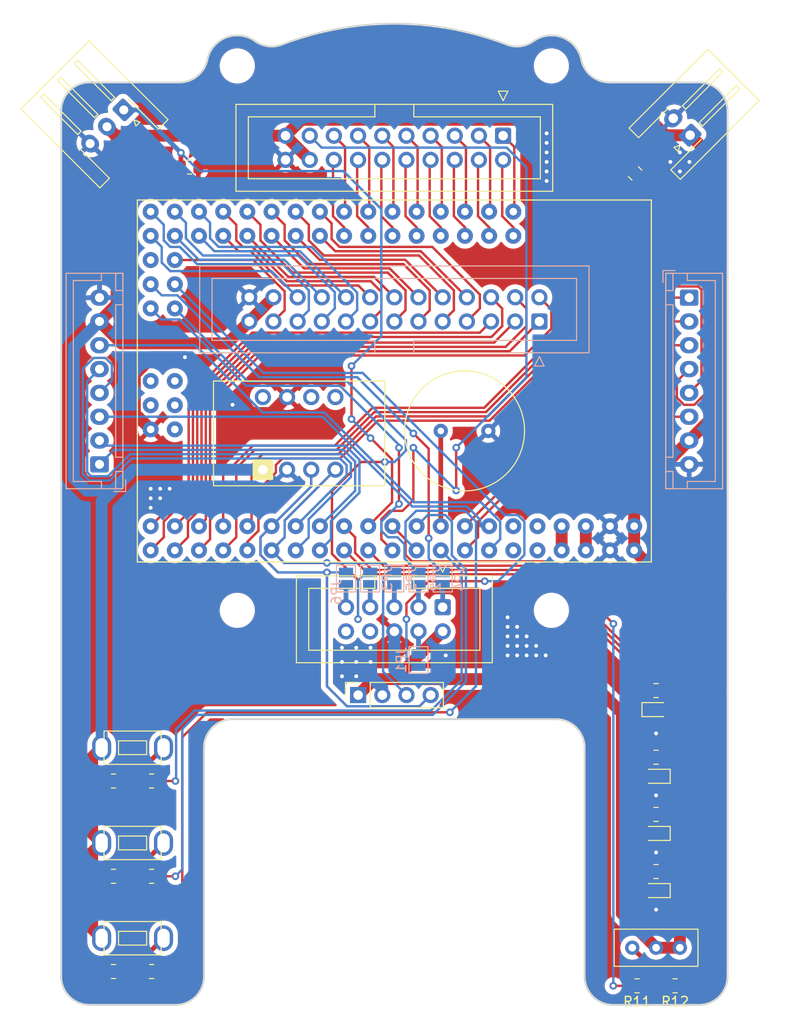
<source format=kicad_pcb>
(kicad_pcb (version 20221018) (generator pcbnew)
  (layers (0 "F.Cu" signal) (31 "B.Cu" signal) (34 "B.Paste" user) (35 "F.Paste" user) (36 "B.SilkS" user "B.Silkscreen") (37 "F.SilkS" user "F.Silkscreen") (38 "B.Mask" user) (39 "F.Mask" user) (44 "Edge.Cuts" user))
  (net 0 "")
  (net 1 "PWM_Buzzer")
  (net 2 "GND")
  (net 3 "VIN")
  (net 4 "Net-(D1-K)")
  (net 5 "Net-(D2-K)")
  (net 6 "Net-(D3-K)")
  (net 7 "Net-(D4-K)")
  (net 8 "Sig_M1-1")
  (net 9 "Sig_M1-2")
  (net 10 "PWM_M1")
  (net 11 "Sig_M2-1")
  (net 12 "Sig_M2-2")
  (net 13 "PWM_M2")
  (net 14 "SCL")
  (net 15 "SDA")
  (net 16 "Sig_M3-1")
  (net 17 "Sig_M3-2")
  (net 18 "PWM_M3")
  (net 19 "Sig_M4-1")
  (net 20 "Sig_M4-2")
  (net 21 "PWM_M4")
  (net 22 "Sig1_BALL")
  (net 23 "Sig2_BALL")
  (net 24 "Sig3_BALL")
  (net 25 "Sig4_BALL")
  (net 26 "Sig5_BALL")
  (net 27 "Sig6_BALL")
  (net 28 "Sig7_BALL")
  (net 29 "Sig8_BALL")
  (net 30 "Sig9_BALL")
  (net 31 "Sig10_BALL")
  (net 32 "Sig11_BALL")
  (net 33 "Sig12_BALL")
  (net 34 "Sig13_BALL")
  (net 35 "Sig14_BALL")
  (net 36 "Sig15_BALL")
  (net 37 "Sig16_BALL")
  (net 38 "Sig_NeoPixel")
  (net 39 "Sig1_LINE")
  (net 40 "Sig2_LINE")
  (net 41 "Sig3_LINE")
  (net 42 "Sig4_LINE")
  (net 43 "Sig5_LINE")
  (net 44 "Sig6_LINE")
  (net 45 "Sig7_LINE")
  (net 46 "Sig8_LINE")
  (net 47 "Sig9_LINE")
  (net 48 "Sig10_LINE")
  (net 49 "Sig11_LINE")
  (net 50 "Sig12_LINE")
  (net 51 "Sig13_LINE")
  (net 52 "Sig14_LINE")
  (net 53 "Sig15_LINE")
  (net 54 "Sig16_LINE")
  (net 55 "Sig17_LINE")
  (net 56 "Sig18_LINE")
  (net 57 "Sig19_LINE")
  (net 58 "Sig20_LINE")
  (net 59 "Sig21_LINE")
  (net 60 "Sig22_LINE")
  (net 61 "Sig23_BALL-Kicker")
  (net 62 "Sig_LED1")
  (net 63 "Sig_LED2")
  (net 64 "Sig_LED3")
  (net 65 "Net-(SW1A-B)")
  (net 66 "Sig_BTN1")
  (net 67 "Net-(SW2A-B)")
  (net 68 "Sig_BTN2")
  (net 69 "Net-(SW3A-B)")
  (net 70 "Sig_BTN3")
  (net 71 "Net-(SW4A-C)")
  (net 72 "Sig_LEVER")
  (net 73 "unconnected-(U1-3V3-Pad3V3_1)")
  (net 74 "unconnected-(U1-5V-Pad5V_1)")
  (net 76 "Sig_Kicker")
  (net 77 "MISO")
  (net 78 "MOSI")
  (net 79 "SCK")
  (net 80 "SS")
  (net 85 "RX")
  (net 87 "TX")
  (net 93 "Net-(J1-Pin_1)")
  (net 94 "Net-(J1-Pin_3)")
  (net 95 "Net-(J1-Pin_4)")
  (net 96 "Net-(J1-Pin_5)")
  (net 97 "Net-(J1-Pin_7)")
  (net 98 "Net-(J1-Pin_9)")
  (footprint "LED_SMD:LED_0603_1608Metric" (layer "F.Cu") (at 132.5 143.78 180)
    (fp_text reference "D2" hide)
    (fp_text value "LED")
  )
  (footprint "MountingHole:MountingHole_3.2mm_M3" (layer "F.Cu") (at 121.5 69.201207)
    (fp_text reference "REF**" hide)
    (fp_text value "MountingHole_3.2mm_M3")
  )
  (footprint "Resistor_SMD:R_0805_2012Metric" (layer "F.Cu") (at 83.488415 79.820381)
    (fp_text reference "R13" hide)
    (fp_text value "1K")
  )
  (footprint "Resistor_SMD:R_0805_2012Metric" (layer "F.Cu") (at 79.5 144.28)
    (fp_text reference "R5" hide)
    (fp_text value "1K")
  )
  (footprint "Resistor_SMD:R_0805_2012Metric" (layer "F.Cu") (at 75.5 144.28)
    (fp_text reference "R6" hide)
    (fp_text value "10K")
  )
  (footprint "MountingHole:MountingHole_3.2mm_M3" (layer "F.Cu") (at 121.5 126.358845)
    (fp_text reference "REF**" hide)
    (fp_text value "MountingHole_3.2mm_M3")
  )
  (footprint "@2023_MainBoard:TVBP06-B043C" (layer "F.Cu") (at 77.5 160.78)
    (fp_text reference "SW3" hide)
    (fp_text value "SW_DPST_x2")
  )
  (footprint "Connector_JST:JST_XH_S2B-XH-A-1_1x02_P2.50mm_Horizontal" (layer "F.Cu") (at 136.075736 76.472031 135)
    (fp_text reference "J5" hide)
    (fp_text value "Conn_01x02_Male")
  )
  (footprint "Capacitor_SMD:C_0805_2012Metric" (layer "F.Cu") (at 130.3 80.48 135)
    (fp_text reference "C1" hide)
    (fp_text value "C")
  )
  (footprint "@2023_MainBoard:TVBP06-B043C" (layer "F.Cu") (at 77.5 140.78)
    (fp_text reference "SW1" hide)
    (fp_text value "SW_DPST_x2")
  )
  (footprint "Connector_PinSocket_2.54mm:PinSocket_1x04_P2.54mm_Vertical" (layer "F.Cu") (at 101.2 135.255 90)
    (fp_text reference "J3" hide)
    (fp_text value "Conn_01x04_Female")
  )
  (footprint "Resistor_SMD:R_0805_2012Metric" (layer "F.Cu") (at 75.5 154.28)
    (fp_text reference "R8" hide)
    (fp_text value "10K")
  )
  (footprint "MountingHole:MountingHole_3.2mm_M3" (layer "F.Cu") (at 88.5 126.358845)
    (fp_text reference "REF**" hide)
    (fp_text value "MountingHole_3.2mm_M3")
  )
  (footprint "@2023_MainBoard:MODULE_MEGA_PRO_EMBED_CH340G___ATMEGA2560" (layer "F.Cu") (at 105 102.28)
    (fp_text reference "U1" hide)
    (fp_text value "ATMEGA2560_pro")
  )
  (footprint "LED_SMD:LED_0603_1608Metric" (layer "F.Cu") (at 132.5 155.78 180)
    (fp_text reference "D4" hide)
    (fp_text value "LED")
  )
  (footprint "Resistor_SMD:R_0805_2012Metric" (layer "F.Cu") (at 132.5 134.78 180)
    (fp_text reference "R1" hide)
    (fp_text value "330")
  )
  (footprint "Resistor_SMD:R_0805_2012Metric" (layer "F.Cu") (at 134.5 165.78 180)
    (fp_text reference "R12")
    (fp_text value "10K")
  )
  (footprint "@2023_MainBoard:SS12D01G4" (layer "F.Cu") (at 132.5 161.78 180)
    (fp_text reference "SW4" hide)
    (fp_text value "SW_DPDT_x2")
  )
  (footprint "Resistor_SMD:R_0805_2012Metric" (layer "F.Cu") (at 79.5 154.28)
    (fp_text reference "R7" hide)
    (fp_text value "1K")
  )
  (footprint "Connector_IDC:IDC-Header_2x05_P2.54mm_Vertical" (layer "F.Cu") (at 110.08 126.0275 -90)
    (fp_text reference "J1" hide)
    (fp_text value "Conn_01x10_Pin")
  )
  (footprint "Resistor_SMD:R_0805_2012Metric" (layer "F.Cu") (at 130.5 165.78 180)
    (fp_text reference "R11")
    (fp_text value "1K")
  )
  (footprint "@2023_MainBoard:PKM13EPYH4000-A0" (layer "F.Cu") (at 112.38 107.52)
    (fp_text reference "BZ1" hide)
    (fp_text value "Buzzer")
  )
  (footprint "Connector_JST:JST_XH_S3B-XH-A-1_1x03_P2.50mm_Horizontal" (layer "F.Cu") (at 76.575915 73.820381 -135)
    (fp_text reference "J8" hide)
    (fp_text value "Conn_01x03_Pin")
  )
  (footprint "MountingHole:MountingHole_3.2mm_M3" (layer "F.Cu") (at 88.5 69.201169)
    (fp_text reference "REF**" hide)
    (fp_text value "MountingHole_3.2mm_M3")
  )
  (footprint "LED_SMD:LED_0603_1608Metric" (layer "F.Cu") (at 132.5 149.78 180)
    (fp_text reference "D3" hide)
    (fp_text value "LED")
  )
  (footprint "Resistor_SMD:R_0805_2012Metric" (layer "F.Cu") (at 79.5 164.28)
    (fp_text reference "R9" hide)
    (fp_text value "1K")
  )
  (footprint "Connector_IDC:IDC-Header_2x10_P2.54mm_Vertical" (layer "F.Cu") (at 116.43 76.5275 -90)
    (fp_text reference "J6" hide)
    (fp_text value "Conn_01x20_Male")
  )
  (footprint "Resistor_SMD:R_0805_2012Metric" (layer "F.Cu") (at 132.5 147.78)
    (fp_text reference "R3" hide)
    (fp_text value "330")
  )
  (footprint "@2023_MainBoard:TVBP06-B043C" (layer "F.Cu") (at 77.5 150.78)
    (fp_text reference "SW2" hide)
    (fp_text value "SW_DPST_x2")
  )
  (footprint "LED_SMD:LED_0603_1608Metric" (layer "F.Cu") (at 132.5 136.78)
    (fp_text reference "D1" hide)
    (fp_text value "LED")
  )
  (footprint "Resistor_SMD:R_0805_2012Metric" (layer "F.Cu") (at 75.5 164.28)
    (fp_text reference "R10" hide)
    (fp_text value "10K")
  )
  (footprint "Resistor_SMD:R_0805_2012Metric" (layer "F.Cu") (at 132.5 153.78)
    (fp_text reference "R4" hide)
    (fp_text value "330")
  )
  (footprint "Resistor_SMD:R_0805_2012Metric" (layer "F.Cu") (at 132.5 141.78)
    (fp_text reference "R2" hide)
    (fp_text value "330")
  )
  (footprint "@2023_MainBoard:BNO055" (layer "F.Cu") (at 95 107.78 180)
    (fp_text reference "U2" hide)
    (fp_text value "~")
  )
  (footprint "Jumper:SolderJumper-2_P1.3mm_Open_Pad1.0x1.5mm" (layer "B.Cu") (at 110.08 123.0275 90)
    (fp_text reference "JP4")
    (fp_text value "Jumper_2_Open")
  )
  (footprint "Jumper:SolderJumper-2_P1.3mm_Open_Pad1.0x1.5mm" (layer "B.Cu") (at 105 123.0275 90)
    (fp_text reference "JP5")
    (fp_text value "Jumper_2_Open")
  )
  (footprint "Jumper:SolderJumper-2_P1.3mm_Open_Pad1.0x1.5mm" (layer "B.Cu") (at 107.54 131.5675 -90)
    (fp_text reference "JP1")
    (fp_text value "Jumper_2_Open")
  )
  (footprint "Connector_JST:JST_XH_B8B-XH-A_1x08_P2.50mm_Vertical" (layer "B.Cu") (at 135.975 93.53 -90)
    (fp_text reference "J4" hide)
    (fp_text value "Conn_01x08_Male")
  )
  (footprint "Jumper:SolderJumper-2_P1.3mm_Open_Pad1.0x1.5mm" (layer "B.Cu") (at 107.54 123.0275 90)
    (fp_text reference "JP2")
    (fp_text value "Jumper_2_Open")
  )
  (footprint "Connector_IDC:IDC-Header_2x13_P2.54mm_Vertical" (layer "B.Cu") (at 120.24 96.0325 90)
    (fp_text reference "J7" hide)
    (fp_text value "Conn_01x26_Male")
  )
  (footprint "Connector_JST:JST_XH_B8B-XH-A_1x08_P2.50mm_Vertical" (layer "B.Cu") (at 74.025 111.03 90)
    (fp_text reference "J2" hide)
    (fp_text value "Conn_01x08_Male")
  )
  (footprint "Jumper:SolderJumper-2_P1.3mm_Open_Pad1.0x1.5mm" (layer "B.Cu") (at 99.92 123.0275 90)
    (fp_text reference "JP6")
    (fp_text value "Jumper_2_Open")
  )
  (footprint "Jumper:SolderJumper-2_P1.3mm_Open_Pad1.0x1.5mm" (layer "B.Cu") (at 102.46 123.0275 90)
    (fp_text reference "JP3")
    (fp_text value "Jumper_2_Open")
  )
  (gr_arc (start 119.633841 66.601659) (mid 122.660566 66.219045) (end 124.632414 68.546967) (stroke (width 0.2)) (layer "Edge.Cuts"))
  (gr_line (start 70 134.780008) (end 70 124.626362) (stroke (width 0.2)) (layer "Edge.Cuts"))
  (gr_arc (start 122 137.780008) (mid 124.121318 138.658688) (end 125 140.780008) (stroke (width 0.2)) (layer "Edge.Cuts"))
  (gr_arc (start 85.367586 68.546967) (mid 87.339441 66.219063) (end 90.366159 66.601659) (stroke (width 0.2)) (layer "Edge.Cuts"))
  (gr_line (start 140.000001 164.780008) (end 140.000001 134.780008) (stroke (width 0.2)) (layer "Edge.Cuts"))
  (gr_arc (start 127.569053 70.933652) (mid 125.676969 70.261722) (end 124.632414 68.546967) (stroke (width 0.2)) (layer "Edge.Cuts"))
  (gr_arc (start 93.189376 66.965901) (mid 91.731817 67.139943) (end 90.366159 66.601659) (stroke (width 0.2)) (layer "Edge.Cuts"))
  (gr_line (start 125 140.780008) (end 125 164.780008) (stroke (width 0.2)) (layer "Edge.Cuts"))
  (gr_line (start 122 137.780008) (end 88 137.780008) (stroke (width 0.2)) (layer "Edge.Cuts"))
  (gr_line (start 70 124.626362) (end 70 73.933652) (stroke (width 0.2)) (layer "Edge.Cuts"))
  (gr_line (start 70 164.780008) (end 70 134.780008) (stroke (width 0.2)) (layer "Edge.Cuts"))
  (gr_line (start 140 124.626362) (end 140 73.933652) (stroke (width 0.2)) (layer "Edge.Cuts"))
  (gr_line (start 85 140.780008) (end 85 164.780008) (stroke (width 0.2)) (layer "Edge.Cuts"))
  (gr_line (start 73 70.933652) (end 82.430947 70.933652) (stroke (width 0.2)) (layer "Edge.Cuts"))
  (gr_arc (start 73 167.780008) (mid 70.878677 166.901329) (end 70 164.780008) (stroke (width 0.2)) (layer "Edge.Cuts"))
  (gr_arc (start 128 167.780008) (mid 125.878677 166.901329) (end 125 164.780008) (stroke (width 0.2)) (layer "Edge.Cuts"))
  (gr_arc (start 85.367586 68.546967) (mid 84.323034 70.261726) (end 82.430947 70.933652) (stroke (width 0.2)) (layer "Edge.Cuts"))
  (gr_line (start 127.569053 70.933652) (end 137 70.933652) (stroke (width 0.2)) (layer "Edge.Cuts"))
  (gr_arc (start 85 164.780008) (mid 84.121318 166.901323) (end 82 167.780008) (stroke (width 0.2)) (layer "Edge.Cuts"))
  (gr_arc (start 119.633841 66.601659) (mid 118.268186 67.139999) (end 116.810624 66.965901) (stroke (width 0.2)) (layer "Edge.Cuts"))
  (gr_arc (start 85 140.780008) (mid 85.878677 138.658682) (end 88 137.780008) (stroke (width 0.2)) (layer "Edge.Cuts"))
  (gr_line (start 82 167.780008) (end 73 167.780008) (stroke (width 0.2)) (layer "Edge.Cuts"))
  (gr_arc (start 140.000001 164.780008) (mid 139.121319 166.901324) (end 137.000001 167.780008) (stroke (width 0.2)) (layer "Edge.Cuts"))
  (gr_arc (start 137 70.933652) (mid 139.121302 71.812335) (end 140 73.933652) (stroke (width 0.2)) (layer "Edge.Cuts"))
  (gr_arc (start 93.189376 66.965901) (mid 105 64.780007) (end 116.810624 66.965901) (stroke (width 0.2)) (layer "Edge.Cuts"))
  (gr_line (start 128 167.780008) (end 137.000001 167.780008) (stroke (width 0.2)) (layer "Edge.Cuts"))
  (gr_arc (start 70 73.933652) (mid 70.878673 71.812325) (end 73 70.933652) (stroke (width 0.2)) (layer "Edge.Cuts"))
  (gr_line (start 140.000001 124.626362) (end 140.000001 134.780008) (stroke (width 0.2)) (layer "Edge.Cuts"))
  (segment (start 109.88 107.52) (end 109.88 117.52) (width 0.5) (layer "F.Cu") (net 1))
  (segment (start 92.055 105.645) (end 88.865 105.645) (width 1.25) (layer "F.Cu") (net 2))
  (segment (start 79.54788 99.78) (end 77.7368 101.59108) (width 1.25) (layer "F.Cu") (net 2))
  (segment (start 93.73 103.97) (end 92.055 105.645) (width 1.25) (layer "F.Cu") (net 2))
  (segment (start 83 99.78) (end 79.54788 99.78) (width 1.25) (layer "F.Cu") (net 2))
  (segment (start 88.865 105.645) (end 88 104.78) (width 1.25) (layer "F.Cu") (net 2))
  (segment (start 110.4 131.09) (end 116.9 131.09) (width 1.25) (layer "F.Cu") (net 2))
  (segment (start 77.7368 105.6968) (end 79.4 107.36) (width 1.25) (layer "F.Cu") (net 2))
  (segment (start 77.7368 101.59108) (end 77.7368 105.6968) (width 1.25) (layer "F.Cu") (net 2))
  (via (at 119.9 130.09) (size 0.8) (drill 0.4) (layers "F.Cu" "B.Cu") (net 2))
  (via (at 134 79.28) (size 0.8) (drill 0.4) (layers "F.Cu" "B.Cu") (net 2))
  (via (at 116.9 128.09) (size 0.8) (drill 0.4) (layers "F.Cu" "B.Cu") (net 2))
  (via (at 121 79.28) (size 0.8) (drill 0.4) (layers "F.Cu" "B.Cu") (net 2))
  (via (at 99.5 133.28) (size 0.8) (drill 0.4) (layers "F.Cu" "B.Cu") (net 2))
  (via (at 135 80.28) (size 0.8) (drill 0.4) (layers "F.Cu" "B.Cu") (net 2))
  (via (at 117.9 129.09) (size 0.8) (drill 0.4) (layers "F.Cu" "B.Cu") (net 2))
  (via (at 79.4 113.59) (size 0.8) (drill 0.4) (layers "F.Cu" "B.Cu") (net 2))
  (via (at 80.4 114.59) (size 0.8) (drill 0.4) (layers "F.Cu" "B.Cu") (net 2))
  (via (at 102.5 130.28) (size 0.8) (drill 0.4) (layers "F.Cu" "B.Cu") (net 2))
  (via (at 116.9 131.09) (size 0.8) (drill 0.4) (layers "F.Cu" "B.Cu") (net 2))
  (via (at 117.9 128.09) (size 0.8) (drill 0.4) (layers "F.Cu" "B.Cu") (net 2))
  (via (at 121 76.28) (size 0.8) (drill 0.4) (layers "F.Cu" "B.Cu") (net 2))
  (via (at 132.5 139.28) (size 0.8) (drill 0.4) (layers "F.Cu" "B.Cu") (net 2))
  (via (at 121 77.28) (size 0.8) (drill 0.4) (layers "F.Cu" "B.Cu") (net 2))
  (via (at 81.4 113.59) (size 0.8) (drill 0.4) (layers "F.Cu" "B.Cu") (net 2))
  (via (at 99.5 131.78) (size 0.8) (drill 0.4) (layers "F.Cu" "B.Cu") (net 2))
  (via (at 132.5 151.78) (size 0.8) (drill 0.4) (layers "F.Cu" "B.Cu") (net 2))
  (via (at 83 99.78) (size 0.8) (drill 0.4) (layers "F.Cu" "B.Cu") (net 2))
  (via (at 118.9 130.09) (size 0.8) (drill 0.4) (layers "F.Cu" "B.Cu") (net 2))
  (via (at 121 80.28) (size 0.8) (drill 0.4) (layers "F.Cu" "B.Cu") (net 2))
  (via (at 119.9 131.09) (size 0.8) (drill 0.4) (layers "F.Cu" "B.Cu") (net 2))
  (via (at 120.9 131.09) (size 0.8) (drill 0.4) (layers "F.Cu" "B.Cu") (net 2))
  (via (at 80.4 113.59) (size 0.8) (drill 0.4) (layers "F.Cu" "B.Cu") (net 2))
  (via (at 79.4 115.59) (size 0.8) (drill 0.4) (layers "F.Cu" "B.Cu") (net 2))
  (via (at 118.9 129.09) (size 0.8) (drill 0.4) (layers "F.Cu" "B.Cu") (net 2))
  (via (at 116.9 130.09) (size 0.8) (drill 0.4) (layers "F.Cu" "B.Cu") (net 2))
  (via (at 79.4 114.59) (size 0.8) (drill 0.4) (layers "F.Cu" "B.Cu") (net 2))
  (via (at 132.5 145.78) (size 0.8) (drill 0.4) (layers "F.Cu" "B.Cu") (net 2))
  (via (at 110.4 131.09) (size 0.8) (drill 0.4) (layers "F.Cu" "B.Cu") (net 2))
  (via (at 116.9 127.09) (size 0.8) (drill 0.4) (layers "F.Cu" "B.Cu") (net 2))
  (via (at 117.9 130.09) (size 0.8) (drill 0.4) (layers "F.Cu" "B.Cu") (net 2))
  (via (at 118.9 131.09) (size 0.8) (drill 0.4) (layers "F.Cu" "B.Cu") (net 2))
  (via (at 117.9 131.09) (size 0.8) (drill 0.4) (layers "F.Cu" "B.Cu") (net 2))
  (via (at 101 130.28) (size 0.8) (drill 0.4) (layers "F.Cu" "B.Cu") (net 2))
  (via (at 116.9 129.09) (size 0.8) (drill 0.4) (layers "F.Cu" "B.Cu") (net 2))
  (via (at 101 133.28) (size 0.8) (drill 0.4) (layers "F.Cu" "B.Cu") (net 2))
  (via (at 121 81.28) (size 0.8) (drill 0.4) (layers "F.Cu" "B.Cu") (net 2))
  (via (at 132.5 157.78) (size 0.8) (drill 0.4) (layers "F.Cu" "B.Cu") (net 2))
  (via (at 101 131.78) (size 0.8) (drill 0.4) (layers "F.Cu" "B.Cu") (net 2))
  (via (at 135 78.28) (size 0.8) (drill 0.4) (layers "F.Cu" "B.Cu") (net 2))
  (via (at 102.5 131.78) (size 0.8) (drill 0.4) (layers "F.Cu" "B.Cu") (net 2))
  (via (at 99.5 130.28) (size 0.8) (drill 0.4) (layers "F.Cu" "B.Cu") (net 2))
  (via (at 121 78.28) (size 0.8) (drill 0.4) (layers "F.Cu" "B.Cu") (net 2))
  (via (at 136 79.28) (size 0.8) (drill 0.4) (layers "F.Cu" "B.Cu") (net 2))
  (via (at 88 104.78) (size 0.8) (drill 0.4) (layers "F.Cu" "B.Cu") (net 2))
  (segment (start 105.965 133.5425) (end 109.115 133.5425) (width 1.25) (layer "B.Cu") (net 2))
  (segment (start 105 128.5675) (end 105 132.5775) (width 1.25) (layer "B.Cu") (net 2))
  (segment (start 109.115 133.5425) (end 110.4 132.2575) (width 1.25) (layer "B.Cu") (net 2))
  (segment (start 103.74 134.52) (end 101 131.78) (width 1.25) (layer "B.Cu") (net 2))
  (segment (start 105 132.5775) (end 105.965 133.5425) (width 1.25) (layer "B.Cu") (net 2))
  (segment (start 88 104.78) (end 83 99.78) (width 1.25) (layer "B.Cu") (net 2))
  (segment (start 103.74 135.255) (end 103.74 134.52) (width 1.25) (layer "B.Cu") (net 2))
  (segment (start 110.4 132.2575) (end 110.4 131.09) (width 1.25) (layer "B.Cu") (net 2))
  (segment (start 128.9 158.18) (end 132.5 161.78) (width 1.25) (layer "F.Cu") (net 3))
  (segment (start 132.5 161.78) (end 135 161.78) (width 1.25) (layer "F.Cu") (net 3))
  (segment (start 74.025 96.03) (end 75.825 94.23) (width 1.25) (layer "F.Cu") (net 3))
  (segment (start 135 135.95972) (end 133.82028 134.78) (width 1.25) (layer "F.Cu") (net 3))
  (segment (start 101.2 135.255) (end 102.875 133.58) (width 1.25) (layer "F.Cu") (net 3))
  (segment (start 93.57 76.5275) (end 95.245 74.8525) (width 1.25) (layer "F.Cu") (net 3))
  (segment (start 139.125 79.521295) (end 139.125 89.305) (width 1.25) (layer "F.Cu") (net 3))
  (segment (start 87.4625 98.33) (end 76.325 98.33) (width 1.25) (layer "F.Cu") (net 3))
  (segment (start 89.76 96.0325) (end 92.3 93.4925) (width 1.25) (layer "F.Cu") (net 3))
  (segment (start 74.25 150.78) (end 73.25 151.78) (width 1.25) (layer "F.Cu") (net 3))
  (segment (start 135.975 108.53) (end 139.125 105.38) (width 1.25) (layer "F.Cu") (net 3))
  (segment (start 89.76 96.0325) (end 87.4625 98.33) (width 1.25) (layer "F.Cu") (net 3))
  (segment (start 95.245 74.8525) (end 131.875265 74.8525) (width 1.25) (layer "F.Cu") (net 3))
  (segment (start 131.875265 74.8525) (end 133.508095 76.48533) (width 1.25) (layer "F.Cu") (net 3))
  (segment (start 135 161.78) (end 135 135.95972) (width 1.25) (layer "F.Cu") (net 3))
  (segment (start 130.2 117.52) (end 130.2 114.305) (width 1.25) (layer "F.Cu") (net 3))
  (segment (start 73.25 141.78) (end 73.25 149.78) (width 1.25) (layer "F.Cu") (net 3))
  (segment (start 130.2 114.305) (end 135.975 108.53) (width 1.25) (layer "F.Cu") (net 3))
  (segment (start 133.82028 134.78) (end 133.4125 134.78) (width 1.25) (layer "F.Cu") (net 3))
  (segment (start 93.57 76.5275) (end 96.11 79.0675) (width 1.25) (layer "F.Cu") (net 3))
  (segment (start 73.25 151.78) (end 73.25 159.78) (width 1.25) (layer "F.Cu") (net 3))
  (segment (start 75.825 76.605) (end 74.808148 75.588148) (width 1.25) (layer "F.Cu") (net 3))
  (segment (start 139.125 79.521295) (end 136.075736 76.472031) (width 1.25) (layer "F.Cu") (net 3))
  (segment (start 139.125 89.305) (end 130.971751 81.151751) (width 1.25) (layer "F.Cu") (net 3))
  (segment (start 133.4125 134.78) (end 133.4125 123.2725) (width 1.25) (layer "F.Cu") (net 3))
  (segment (start 128.9 137.12) (end 128.9 158.18) (width 1.25) (layer "F.Cu") (net 3))
  (segment (start 73.25 159.78) (end 74.25 160.78) (width 1.25) (layer "F.Cu") (net 3))
  (segment (start 102.875 133.58) (end 105.0675 133.58) (width 1.25) (layer "F.Cu") (net 3))
  (segment (start 93.57 76.5275) (end 75.7475 76.5275) (width 1.25) (layer "F.Cu") (net 3))
  (segment (start 133.4125 123.2725) (end 130.2 120.06) (width 1.25) (layer "F.Cu") (net 3))
  (segment (start 75.825 94.23) (end 75.825 76.605) (width 1.25) (layer "F.Cu") (net 3))
  (segment (start 76.325 98.33) (end 74.025 96.03) (width 1.25) (layer "F.Cu") (net 3))
  (segment (start 133.508095 76.48533) (end 136.062437 76.48533) (width 1.25) (layer "F.Cu") (net 3))
  (segment (start 105.0675 133.58) (end 125.36 133.58) (width 1.25) (layer "F.Cu") (net 3))
  (segment (start 125.36 133.58) (end 128.9 137.12) (width 1.25) (layer "F.Cu") (net 3))
  (segment (start 74.25 140.78) (end 73.25 141.78) (width 1.25) (layer "F.Cu") (net 3))
  (segment (start 130.2 117.52) (end 130.2 120.06) (width 1.25) (layer "F.Cu") (net 3))
  (segment (start 105.0675 133.58) (end 110.08 128.5675) (width 1.25) (layer "F.Cu") (net 3))
  (segment (start 136.062437 76.48533) (end 136.075736 76.472031) (width 1.25) (layer "F.Cu") (net 3))
  (segment (start 75.7475 76.5275) (end 74.808148 75.588148) (width 1.25) (layer "F.Cu") (net 3))
  (segment (start 73.25 149.78) (end 74.25 150.78) (width 1.25) (layer "F.Cu") (net 3))
  (segment (start 139.125 105.38) (end 139.125 79.521295) (width 1.25) (layer "F.Cu") (net 3))
  (segment (start 77.583071 111.59) (end 75.393071 113.78) (width 1.25) (layer "B.Cu") (net 3))
  (segment (start 71.325 98.73) (end 74.025 96.03) (width 1.25) (layer "B.Cu") (net 3))
  (segment (start 71.325 112.448071) (end 71.325 98.73) (width 1.25) (layer "B.Cu") (net 3))
  (segment (start 75.393071 113.78) (end 72.656929 113.78) (width 1.25) (layer "B.Cu") (net 3))
  (segment (start 91.19 111.59) (end 77.583071 111.59) (width 1.25) (layer "B.Cu") (net 3))
  (segment (start 72.656929 113.78) (end 71.325 112.448071) (width 1.25) (layer "B.Cu") (net 3))
  (segment (start 74.25 140.78) (end 74.25 114.923071) (width 1.25) (layer "B.Cu") (net 3))
  (segment (start 74.25 114.923071) (end 75.393071 113.78) (width 1.25) (layer "B.Cu") (net 3))
  (segment (start 131.5875 136.655) (end 131.7125 136.78) (width 0.5) (layer "F.Cu") (net 4))
  (segment (start 131.5875 134.78) (end 131.5875 136.655) (width 0.5) (layer "F.Cu") (net 4))
  (segment (start 133.4125 141.78) (end 133.4125 143.655) (width 0.5) (layer "F.Cu") (net 5))
  (segment (start 133.4125 143.655) (end 133.2875 143.78) (width 0.5) (layer "F.Cu") (net 5))
  (segment (start 133.4125 147.78) (end 133.4125 149.655) (width 0.5) (layer "F.Cu") (net 6))
  (segment (start 133.4125 149.655) (end 133.2875 149.78) (width 0.5) (layer "F.Cu") (net 6))
  (segment (start 133.4125 155.655) (end 133.2875 155.78) (width 0.5) (layer "F.Cu") (net 7))
  (segment (start 133.4125 153.78) (end 133.4125 155.655) (width 0.5) (layer "F.Cu") (net 7))
  (segment (start 99.669493 109.515) (end 75.54 109.515) (width 0.25) (layer "B.Cu") (net 8))
  (segment (start 100.885 113.815) (end 100.885 110.730507) (width 0.25) (layer "B.Cu") (net 8))
  (segment (start 75.54 109.515) (end 74.025 111.03) (width 0.25) (layer "B.Cu") (net 8))
  (segment (start 97.18 117.52) (end 100.885 113.815) (width 0.25) (layer "B.Cu") (net 8))
  (segment (start 100.885 110.730507) (end 99.669493 109.515) (width 0.25) (layer "B.Cu") (net 8))
  (segment (start 98.3432 118.8968) (end 98.3432 116.993196) (width 0.25) (layer "B.Cu") (net 9))
  (segment (start 74.56 109.065) (end 74.025 108.53) (width 0.25) (layer "B.Cu") (net 9))
  (segment (start 101.335 114.001396) (end 101.335 110.544111) (width 0.25) (layer "B.Cu") (net 9))
  (segment (start 99.855889 109.065) (end 74.56 109.065) (width 0.25) (layer "B.Cu") (net 9))
  (segment (start 101.335 110.544111) (end 99.855889 109.065) (width 0.25) (layer "B.Cu") (net 9))
  (segment (start 98.3432 116.993196) (end 101.335 114.001396) (width 0.25) (layer "B.Cu") (net 9))
  (segment (start 97.18 120.06) (end 98.3432 118.8968) (width 0.25) (layer "B.Cu") (net 9))
  (segment (start 97.457285 106.03) (end 74.025 106.03) (width 0.25) (layer "B.Cu") (net 10))
  (segment (start 106.884085 115.4568) (end 97.457285 106.03) (width 0.25) (layer "B.Cu") (net 10))
  (segment (start 114.0332 117.52) (end 114.0332 116.85179) (width 0.25) (layer "B.Cu") (net 10))
  (segment (start 112.63821 115.4568) (end 106.884085 115.4568) (width 0.25) (layer "B.Cu") (net 10))
  (segment (start 114.0332 116.85179) (end 112.63821 115.4568) (width 0.25) (layer "B.Cu") (net 10))
  (segment (start 114.96 117.52) (end 114.0332 117.52) (width 0.25) (layer "B.Cu") (net 10))
  (segment (start 99.985 112.175) (end 99.985 111.103299) (width 0.25) (layer "B.Cu") (net 11))
  (segment (start 72.275 100.993299) (end 73.413299 99.855) (width 0.25) (layer "B.Cu") (net 11))
  (segment (start 73.413299 99.855) (end 74.636701 99.855) (width 0.25) (layer "B.Cu") (net 11))
  (segment (start 99.985 111.103299) (end 99.296701 110.415) (width 0.25) (layer "B.Cu") (net 11))
  (segment (start 75.099569 112.73) (end 72.950431 112.73) (width 0.25) (layer "B.Cu") (net 11))
  (segment (start 75.325 102.23) (end 74.025 103.53) (width 0.25) (layer "B.Cu") (net 11))
  (segment (start 72.275 112.054569) (end 72.275 100.993299) (width 0.25) (layer "B.Cu") (net 11))
  (segment (start 72.950431 112.73) (end 72.275 112.054569) (width 0.25) (layer "B.Cu") (net 11))
  (segment (start 75.325 100.543299) (end 75.325 102.23) (width 0.25) (layer "B.Cu") (net 11))
  (segment (start 77.414569 110.415) (end 75.099569 112.73) (width 0.25) (layer "B.Cu") (net 11))
  (segment (start 94.64 117.52) (end 99.985 112.175) (width 0.25) (layer "B.Cu") (net 11))
  (segment (start 74.636701 99.855) (end 75.325 100.543299) (width 0.25) (layer "B.Cu") (net 11))
  (segment (start 99.296701 110.415) (end 77.414569 110.415) (width 0.25) (layer "B.Cu") (net 11))
  (segment (start 96 118.7) (end 96 116.796396) (width 0.25) (layer "B.Cu") (net 12))
  (segment (start 74.913173 112.28) (end 73.136827 112.28) (width 0.25) (layer "B.Cu") (net 12))
  (segment (start 100.435 110.916903) (end 99.483097 109.965) (width 0.25) (layer "B.Cu") (net 12))
  (segment (start 100.435 112.361396) (end 100.435 110.916903) (width 0.25) (layer "B.Cu") (net 12))
  (segment (start 72.725 102.33) (end 74 101.055) (width 0.25) (layer "B.Cu") (net 12))
  (segment (start 99.483097 109.965) (end 77.228173 109.965) (width 0.25) (layer "B.Cu") (net 12))
  (segment (start 72.725 111.868173) (end 72.725 102.33) (width 0.25) (layer "B.Cu") (net 12))
  (segment (start 96 116.796396) (end 100.435 112.361396) (width 0.25) (layer "B.Cu") (net 12))
  (segment (start 77.228173 109.965) (end 74.913173 112.28) (width 0.25) (layer "B.Cu") (net 12))
  (segment (start 73.136827 112.28) (end 72.725 111.868173) (width 0.25) (layer "B.Cu") (net 12))
  (segment (start 94.64 120.06) (end 96 118.7) (width 0.25) (layer "B.Cu") (net 12))
  (segment (start 114.091814 115.0068) (end 107.070481 115.0068) (width 0.25) (layer "B.Cu") (net 13))
  (segment (start 107.070481 115.0068) (end 97.643681 105.58) (width 0.25) (layer "B.Cu") (net 13))
  (segment (start 114.96 120.06) (end 116.1232 118.8968) (width 0.25) (layer "B.Cu") (net 13))
  (segment (start 116.1232 117.038186) (end 114.091814 115.0068) (width 0.25) (layer "B.Cu") (net 13))
  (segment (start 84.088299 98.53) (end 74.025 98.53) (width 0.25) (layer "B.Cu") (net 13))
  (segment (start 116.1232 118.8968) (end 116.1232 117.038186) (width 0.25) (layer "B.Cu") (net 13))
  (segment (start 97.643681 105.58) (end 91.138299 105.58) (width 0.25) (layer "B.Cu") (net 13))
  (segment (start 91.138299 105.58) (end 84.088299 98.53) (width 0.25) (layer "B.Cu") (net 13))
  (segment (start 93.4768 118.6832) (end 93.4768 116.9232) (width 0.25) (layer "F.Cu") (net 14))
  (segment (start 92.1 120.06) (end 93.4175 121.3775) (width 0.25) (layer "F.Cu") (net 14))
  (segment (start 93.4175 121.3775) (end 97.92 121.3775) (width 0.25) (layer "F.Cu") (net 14))
  (segment (start 92.1 120.06) (end 93.4768 118.6832) (width 0.25) (layer "F.Cu") (net 14))
  (segment (start 93.4768 116.9232) (end 98.81 111.59) (width 0.25) (layer "F.Cu") (net 14))
  (via (at 97.92 121.3775) (size 0.8) (drill 0.4) (layers "F.Cu" "B.Cu") (net 14))
  (segment (start 103.825 122.9525) (end 104.4 122.3775) (width 0.25) (layer "B.Cu") (net 14))
  (segment (start 92.1 120.06) (end 93.4175 121.3775) (width 0.25) (layer "B.Cu") (net 14))
  (segment (start 104.4 122.3775) (end 105 122.3775) (width 0.25) (layer "B.Cu") (net 14))
  (segment (start 97.92 121.3775) (end 104 121.3775) (width 0.25) (layer "B.Cu") (net 14))
  (segment (start 103.825 132.8) (end 103.825 122.9525) (width 0.25) (layer "B.Cu") (net 14))
  (segment (start 92.1 120.06) (end 93.4768 118.6832) (width 0.25) (layer "B.Cu") (net 14))
  (segment (start 106.28 135.255) (end 103.825 132.8) (width 0.25) (layer "B.Cu") (net 14))
  (segment (start 93.4768 116.9232) (end 98.81 111.59) (width 0.25) (layer "B.Cu") (net 14))
  (segment (start 104 121.3775) (end 105 122.3775) (width 0.25) (layer "B.Cu") (net 14))
  (segment (start 93.4175 121.3775) (end 97.92 121.3775) (width 0.25) (layer "B.Cu") (net 14))
  (segment (start 93.4768 118.6832) (end 93.4768 116.9232) (width 0.25) (layer "B.Cu") (net 14))
  (segment (start 90.9368 118.6832) (end 92.1 117.52) (width 0.25) (layer "F.Cu") (net 15))
  (segment (start 100.025 136.43) (end 97.92 134.325) (width 0.25) (layer "F.Cu") (net 15))
  (segment (start 92.1 117.52) (end 96.27 113.35) (width 0.25) (layer "F.Cu") (net 15))
  (segment (start 92.772486 122.3775) (end 90.9368 120.541814) (width 0.25) (layer "F.Cu") (net 15))
  (segment (start 90.9368 120.541814) (end 90.9368 118.6832) (width 0.25) (layer "F.Cu") (net 15))
  (segment (start 107.645 136.43) (end 100.025 136.43) (width 0.25) (layer "F.Cu") (net 15))
  (segment (start 97.92 122.3775) (end 92.772486 122.3775) (width 0.25) (layer "F.Cu") (net 15))
  (segment (start 97.92 134.325) (end 97.92 122.3775) (width 0.25) (layer "F.Cu") (net 15))
  (segment (start 96.27 113.35) (end 96.27 111.59) (width 0.25) (layer "F.Cu") (net 15))
  (segment (start 108.82 135.255) (end 107.645 136.43) (width 0.25) (layer "F.Cu") (net 15))
  (via (at 97.92 122.3775) (size 0.8) (drill 0.4) (layers "F.Cu" "B.Cu") (net 15))
  (segment (start 92.1 117.52) (end 96.27 113.35) (width 0.25) (layer "B.Cu") (net 15))
  (segment (start 90.9368 118.6832) (end 90.9368 120.541814) (width 0.25) (layer "B.Cu") (net 15))
  (segment (start 90.9368 120.541814) (end 92.772486 122.3775) (width 0.25) (layer "B.Cu") (net 15))
  (segment (start 92.772486 122.3775) (end 97.92 122.3775) (width 0.25) (layer "B.Cu") (net 15))
  (segment (start 100.025 136.43) (end 97.92 134.325) (width 0.25) (layer "B.Cu") (net 15))
  (segment (start 92.1 117.52) (end 90.9368 118.6832) (width 0.25) (layer "B.Cu") (net 15))
  (segment (start 99.92 122.3775) (end 97.92 122.3775) (width 0.25) (layer "B.Cu") (net 15))
  (segment (start 107.645 136.43) (end 100.025 136.43) (width 0.25) (layer "B.Cu") (net 15))
  (segment (start 108.82 135.255) (end 107.645 136.43) (width 0.25) (layer "B.Cu") (net 15))
  (segment (start 97.92 134.325) (end 97.92 122.3775) (width 0.25) (layer "B.Cu") (net 15))
  (segment (start 96.27 113.35) (end 96.27 111.59) (width 0.25) (layer "B.Cu") (net 15))
  (segment (start 114.813604 105.995) (end 127.278604 93.53) (width 0.25) (layer "F.Cu") (net 16))
  (segment (start 103.080305 105.995) (end 114.813604 105.995) (width 0.25) (layer "F.Cu") (net 16))
  (segment (start 91.153299 109.965) (end 99.110305 109.965) (width 0.25) (layer "F.Cu") (net 16))
  (segment (start 99.110305 109.965) (end 103.080305 105.995) (width 0.25) (layer "F.Cu") (net 16))
  (segment (start 127.278604 93.53) (end 135.975 93.53) (width 0.25) (layer "F.Cu") (net 16))
  (segment (start 89.56 117.52) (end 90 117.08) (width 0.25) (layer "F.Cu") (net 16))
  (segment (start 90 111.118299) (end 91.153299 109.965) (width 0.25) (layer "F.Cu") (net 16))
  (segment (start 90 117.08) (end 90 111.118299) (width 0.25) (layer "F.Cu") (net 16))
  (segment (start 90.7232 118.001814) (end 90.7232 113.718501) (width 0.25) (layer "F.Cu") (net 17))
  (segment (start 89.56 120.06) (end 89.56 119.165014) (width 0.25) (layer "F.Cu") (net 17))
  (segment (start 93.243299 110.415) (end 99.296701 110.415) (width 0.25) (layer "F.Cu") (net 17))
  (segment (start 90.7232 113.718501) (end 92.555 111.886701) (width 0.25) (layer "F.Cu") (net 17))
  (segment (start 92.555 111.886701) (end 92.555 111.103299) (width 0.25) (layer "F.Cu") (net 17))
  (segment (start 99.296701 110.415) (end 103.266701 106.445) (width 0.25) (layer "F.Cu") (net 17))
  (segment (start 89.56 119.165014) (end 90.7232 118.001814) (width 0.25) (layer "F.Cu") (net 17))
  (segment (start 92.555 111.103299) (end 93.243299 110.415) (width 0.25) (layer "F.Cu") (net 17))
  (segment (start 125.415 96.03) (end 135.975 96.03) (width 0.25) (layer "F.Cu") (net 17))
  (segment (start 115 106.445) (end 125.415 96.03) (width 0.25) (layer "F.Cu") (net 17))
  (segment (start 103.266701 106.445) (end 115 106.445) (width 0.25) (layer "F.Cu") (net 17))
  (segment (start 131.41 98.53) (end 135.975 98.53) (width 0.25) (layer "F.Cu") (net 18))
  (segment (start 112.42 117.52) (end 131.41 98.53) (width 0.25) (layer "F.Cu") (net 18))
  (segment (start 98.737513 109.065) (end 90.144111 109.065) (width 0.25) (layer "F.Cu") (net 19))
  (segment (start 137.725 103.566701) (end 137.725 92.505431) (width 0.25) (layer "F.Cu") (net 19))
  (segment (start 127.630812 91.905) (end 114.440812 105.095) (width 0.25) (layer "F.Cu") (net 19))
  (segment (start 134.675 102.33) (end 134.675 104.016701) (width 0.25) (layer "F.Cu") (net 19))
  (segment (start 87.02 112.189111) (end 87.02 117.52) (width 0.25) (layer "F.Cu") (net 19))
  (segment (start 136.511701 104.78) (end 137.725 103.566701) (width 0.25) (layer "F.Cu") (net 19))
  (segment (start 137.124569 91.905) (end 127.630812 91.905) (width 0.25) (layer "F.Cu") (net 19))
  (segment (start 90.144111 109.065) (end 87.02 112.189111) (width 0.25) (layer "F.Cu") (net 19))
  (segment (start 135.975 101.03) (end 134.675 102.33) (width 0.25) (layer "F.Cu") (net 19))
  (segment (start 114.440812 105.095) (end 102.707513 105.095) (width 0.25) (layer "F.Cu") (net 19))
  (segment (start 102.707513 105.095) (end 98.737513 109.065) (width 0.25) (layer "F.Cu") (net 19))
  (segment (start 134.675 104.016701) (end 135.438299 104.78) (width 0.25) (layer "F.Cu") (net 19))
  (segment (start 135.438299 104.78) (end 136.511701 104.78) (width 0.25) (layer "F.Cu") (net 19))
  (segment (start 137.725 92.505431) (end 137.124569 91.905) (width 0.25) (layer "F.Cu") (net 19))
  (segment (start 87.02 120.06) (end 88.3968 118.6832) (width 0.25) (layer "F.Cu") (net 20))
  (segment (start 90.330507 109.515) (end 98.923909 109.515) (width 0.25) (layer "F.Cu") (net 20))
  (segment (start 114.627208 105.545) (end 127.817208 92.355) (width 0.25) (layer "F.Cu") (net 20))
  (segment (start 88.3968 118.6832) (end 88.3968 111.448707) (width 0.25) (layer "F.Cu") (net 20))
  (segment (start 137.275 102.23) (end 135.975 103.53) (width 0.25) (layer "F.Cu") (net 20))
  (segment (start 127.817208 92.355) (end 136.938173 92.355) (width 0.25) (layer "F.Cu") (net 20))
  (segment (start 137.275 92.691827) (end 137.275 102.23) (width 0.25) (layer "F.Cu") (net 20))
  (segment (start 102.893909 105.545) (end 114.627208 105.545) (width 0.25) (layer "F.Cu") (net 20))
  (segment (start 136.938173 92.355) (end 137.275 92.691827) (width 0.25) (layer "F.Cu") (net 20))
  (segment (start 98.923909 109.515) (end 102.893909 105.545) (width 0.25) (layer "F.Cu") (net 20))
  (segment (start 88.3968 111.448707) (end 90.330507 109.515) (width 0.25) (layer "F.Cu") (net 20))
  (segment (start 113.7968 118.6832) (end 113.7968 117.038186) (width 0.25) (layer "F.Cu") (net 21))
  (segment (start 113.7968 117.038186) (end 124.804986 106.03) (width 0.25) (layer "F.Cu") (net 21))
  (segment (start 124.804986 106.03) (end 135.975 106.03) (width 0.25) (layer "F.Cu") (net 21))
  (segment (start 112.42 120.06) (end 113.7968 118.6832) (width 0.25) (layer "F.Cu") (net 21))
  (segment (start 117.5 84.5) (end 117.605 84.395) (width 0.25) (layer "F.Cu") (net 22))
  (segment (start 117.605 84.395) (end 117.605 77.7025) (width 0.25) (layer "F.Cu") (net 22))
  (segment (start 117.605 77.7025) (end 116.43 76.5275) (width 0.25) (layer "F.Cu") (net 22))
  (segment (start 117.5 86.145014) (end 117.5 87.04) (width 0.25) (layer "F.Cu") (net 23))
  (segment (start 116.43 79.0675) (end 116.3368 79.1607) (width 0.25) (layer "F.Cu") (net 23))
  (segment (start 116.3368 79.1607) (end 116.3368 84.981814) (width 0.25) (layer "F.Cu") (net 23))
  (segment (start 116.3368 84.981814) (end 117.5 86.145014) (width 0.25) (layer "F.Cu") (net 23))
  (segment (start 115.065 77.7025) (end 113.89 76.5275) (width 0.25) (layer "F.Cu") (net 24))
  (segment (start 115.065 84.395) (end 115.065 77.7025) (width 0.25) (layer "F.Cu") (net 24))
  (segment (start 114.96 84.5) (end 115.065 84.395) (width 0.25) (layer "F.Cu") (net 24))
  (segment (start 113.7968 79.1607) (end 113.89 79.0675) (width 0.25) (layer "F.Cu") (net 25))
  (segment (start 113.7968 84.981814) (end 113.7968 79.1607) (width 0.25) (layer "F.Cu") (net 25))
  (segment (start 115 87) (end 115 86.185014) (width 0.25) (layer "F.Cu") (net 25))
  (segment (start 115 86.185014) (end 113.7968 84.981814) (width 0.25) (layer "F.Cu") (net 25))
  (segment (start 112.525 84.395) (end 112.525 77.7025) (width 0.25) (layer "F.Cu") (net 26))
  (segment (start 112.42 84.5) (end 112.525 84.395) (width 0.25) (layer "F.Cu") (net 26))
  (segment (start 112.525 77.7025) (end 111.35 76.5275) (width 0.25) (layer "F.Cu") (net 26))
  (segment (start 111.35 79.0675) (end 111.2568 79.1607) (width 0.25) (layer "F.Cu") (net 27))
  (segment (start 112.42 86.145014) (end 112.42 87.04) (width 0.25) (layer "F.Cu") (net 27))
  (segment (start 111.2568 79.1607) (end 111.2568 84.981814) (width 0.25) (layer "F.Cu") (net 27))
  (segment (start 111.2568 84.981814) (end 112.42 86.145014) (width 0.25) (layer "F.Cu") (net 27))
  (segment (start 109.88 84.5) (end 109.985 84.395) (width 0.25) (layer "F.Cu") (net 28))
  (segment (start 109.985 84.395) (end 109.985 77.7025) (width 0.25) (layer "F.Cu") (net 28))
  (segment (start 109.985 77.7025) (end 108.81 76.5275) (width 0.25) (layer "F.Cu") (net 28))
  (segment (start 109.8832 87.0368) (end 109.88 87.04) (width 0.25) (layer "F.Cu") (net 29))
  (segment (start 109.8832 86.148214) (end 109.8832 87.0368) (width 0.25) (layer "F.Cu") (net 29))
  (segment (start 108.7168 84.981814) (end 109.8832 86.148214) (width 0.25) (layer "F.Cu") (net 29))
  (segment (start 108.81 79.0675) (end 108.7168 79.1607) (width 0.25) (layer "F.Cu") (net 29))
  (segment (start 108.7168 79.1607) (end 108.7168 84.981814) (width 0.25) (layer "F.Cu") (net 29))
  (segment (start 107.34 84.5) (end 107.445 84.395) (width 0.25) (layer "F.Cu") (net 30))
  (segment (start 107.445 77.7025) (end 106.27 76.5275) (width 0.25) (layer "F.Cu") (net 30))
  (segment (start 107.445 84.395) (end 107.445 77.7025) (width 0.25) (layer "F.Cu") (net 30))
  (segment (start 107.34 86.145014) (end 107.34 87.04) (width 0.25) (layer "F.Cu") (net 31))
  (segment (start 106.1768 84.981814) (end 107.34 86.145014) (width 0.25) (layer "F.Cu") (net 31))
  (segment (start 106.27 79.0675) (end 106.1768 79.1607) (width 0.25) (layer "F.Cu") (net 31))
  (segment (start 106.1768 79.1607) (end 106.1768 84.981814) (width 0.25) (layer "F.Cu") (net 31))
  (segment (start 104.8 84.5) (end 104.905 84.395) (width 0.25) (layer "F.Cu") (net 32))
  (segment (start 104.905 84.395) (end 104.905 77.7025) (width 0.25) (layer "F.Cu") (net 32))
  (segment (start 104.905 77.7025) (end 103.73 76.5275) (width 0.25) (layer "F.Cu") (net 32))
  (segment (start 103.6368 79.1607) (end 103.6368 84.981814) (width 0.25) (layer "F.Cu") (net 33))
  (segment (start 104.8 86.145014) (end 104.8 87.04) (width 0.25) (layer "F.Cu") (net 33))
  (segment (start 103.73 79.0675) (end 103.6368 79.1607) (width 0.25) (layer "F.Cu") (net 33))
  (segment (start 103.6368 84.981814) (end 104.8 86.145014) (width 0.25) (layer "F.Cu") (net 33))
  (segment (start 102.26 84.5) (end 102.365 84.395) (width 0.25) (layer "F.Cu") (net 34))
  (segment (start 102.365 84.395) (end 102.365 77.7025) (width 0.25) (layer "F.Cu") (net 34))
  (segment (start 102.365 77.7025) (end 101.19 76.5275) (width 0.25) (layer "F.Cu") (net 34))
  (segment (start 101.0968 84.981814) (end 102.26 86.145014) (width 0.25) (layer "F.Cu") (net 35))
  (segment (start 102.26 86.145014) (end 102.26 87.04) (width 0.25) (layer "F.Cu") (net 35))
  (segment (start 101.19 79.0675) (end 101.0968 79.1607) (width 0.25) (layer "F.Cu") (net 35))
  (segment (start 101.0968 79.1607) (end 101.0968 84.981814) (width 0.25) (layer "F.Cu") (net 35))
  (segment (start 99.825 77.7025) (end 98.65 76.5275) (width 0.25) (layer "F.Cu") (net 36))
  (segment (start 99.825 84.395) (end 99.825 77.7025) (width 0.25) (layer "F.Cu") (net 36))
  (segment (start 99.72 84.5) (end 99.825 84.395) (width 0.25) (layer "F.Cu") (net 36))
  (segment (start 99.72 86.145014) (end 99.72 87.04) (width 0.25) (layer "F.Cu") (net 37))
  (segment (start 98.5568 79.1607) (end 98.5568 84.981814) (width 0.25) (layer "F.Cu") (net 37))
  (segment (start 98.65 79.0675) (end 98.5568 79.1607) (width 0.25) (layer "F.Cu") (net 37))
  (segment (start 98.5568 84.981814) (end 99.72 86.145014) (width 0.25) (layer "F.Cu") (net 37))
  (segment (start 103.6368 116.779596) (end 104.504111 115.912285) (width 0.25) (layer "F.Cu") (net 38))
  (segment (start 104.8 120.06) (end 103.6368 118.8968) (width 0.25) (layer "F.Cu") (net 38))
  (segment (start 104.504111 115.912285) (end 105.867715 115.912285) (width 0.25) (layer "F.Cu") (net 38))
  (segment (start 111.5 113.78) (end 111.5 109.28) (width 0.25) (layer "F.Cu") (net 38))
  (segment (start 105.867715 115.912285) (end 107 114.78) (width 0.25) (layer "F.Cu") (net 38))
  (segment (start 103.6368 118.8968) (end 103.6368 116.779596) (width 0.25) (layer "F.Cu") (net 38))
  (segment (start 107 111.78) (end 107 109.28) (width 0.25) (layer "F.Cu") (net 38))
  (segment (start 107 114.78) (end 107 111.78) (width 0.25) (layer "F.Cu") (net 38))
  (via (at 111.5 109.28) (size 0.8) (drill 0.4) (layers "F.Cu" "B.Cu") (net 38))
  (via (at 107 109.28) (size 0.8) (drill 0.4) (layers "F.Cu" "B.Cu") (net 38))
  (via (at 111.5 113.78) (size 0.8) (drill 0.4) (layers "F.Cu" "B.Cu") (net 38))
  (segment (start 111.5 109.28) (end 118.875 101.905) (width 0.25) (layer "B.Cu") (net 38))
  (segment (start 107 109.28) (end 111.5 113.78) (width 0.25) (layer "B.Cu") (net 38))
  (segment (start 116.804201 77.78) (end 97.3625 77.78) (width 0.25) (layer "B.Cu") (net 38))
  (segment (start 118.875 101.905) (end 118.875 79.850799) (width 0.25) (layer "B.Cu") (net 38))
  (segment (start 118.875 79.850799) (end 116.804201 77.78) (width 0.25) (layer "B.Cu") (net 38))
  (segment (start 97.3625 77.78) (end 96.11 76.5275) (width 0.25) (layer "B.Cu") (net 38))
  (segment (start 85.1932 116.8068) (end 85.1932 104.632384) (width 0.25) (layer "F.Cu") (net 39))
  (segment (start 84.48 117.52) (end 85.1932 116.8068) (width 0.25) (layer "F.Cu") (net 39))
  (segment (start 90.676681 99.148903) (end 117.123597 99.148903) (width 0.25) (layer "F.Cu") (net 39))
  (segment (start 117.123597 99.148903) (end 120.24 96.0325) (width 0.25) (layer "F.Cu") (net 39))
  (segment (start 85.1932 104.632384) (end 90.676681 99.148903) (width 0.25) (layer "F.Cu") (net 39))
  (segment (start 85.6432 118.8968) (end 85.6432 104.81878) (width 0.25) (layer "F.Cu") (net 40))
  (segment (start 90.863077 99.598903) (end 118.68677 99.598903) (width 0.25) (layer "F.Cu") (net 40))
  (segment (start 121.5 94.7525) (end 120.24 93.4925) (width 0.25) (layer "F.Cu") (net 40))
  (segment (start 85.6432 104.81878) (end 90.863077 99.598903) (width 0.25) (layer "F.Cu") (net 40))
  (segment (start 118.68677 99.598903) (end 121.5 96.785673) (width 0.25) (layer "F.Cu") (net 40))
  (segment (start 84.48 120.06) (end 85.6432 118.8968) (width 0.25) (layer "F.Cu") (net 40))
  (segment (start 121.5 96.785673) (end 121.5 94.7525) (width 0.25) (layer "F.Cu") (net 40))
  (segment (start 90.303889 98.248903) (end 115.483597 98.248903) (width 0.25) (layer "F.Cu") (net 41))
  (segment (start 81.94 117.52) (end 84.2932 115.1668) (width 0.25) (layer "F.Cu") (net 41))
  (segment (start 84.2932 115.1668) (end 84.2932 104.259592) (width 0.25) (layer "F.Cu") (net 41))
  (segment (start 84.2932 104.259592) (end 90.303889 98.248903) (width 0.25) (layer "F.Cu") (net 41))
  (segment (start 115.483597 98.248903) (end 117.7 96.0325) (width 0.25) (layer "F.Cu") (net 41))
  (segment (start 116.695298 98.698903) (end 90.490285 98.698903) (width 0.25) (layer "F.Cu") (net 42))
  (segment (start 83.3168 118.6832) (end 81.94 120.06) (width 0.25) (layer "F.Cu") (net 42))
  (segment (start 118.875 94.6675) (end 118.875 96.519201) (width 0.25) (layer "F.Cu") (net 42))
  (segment (start 84.7432 115.611786) (end 83.3168 117.038186) (width 0.25) (layer "F.Cu") (net 42))
  (segment (start 118.875 96.519201) (end 116.695298 98.698903) (width 0.25) (layer "F.Cu") (net 42))
  (segment (start 84.7432 104.445988) (end 84.7432 115.611786) (width 0.25) (layer "F.Cu") (net 42))
  (segment (start 83.3168 117.038186) (end 83.3168 118.6832) (width 0.25) (layer "F.Cu") (net 42))
  (segment (start 117.7 93.4925) (end 118.875 94.6675) (width 0.25) (layer "F.Cu") (net 42))
  (segment (start 90.490285 98.698903) (end 84.7432 104.445988) (width 0.25) (layer "F.Cu") (net 42))
  (segment (start 83.3932 103.8868) (end 90.0725 97.2075) (width 0.25) (layer "F.Cu") (net 43))
  (segment (start 79.4 117.52) (end 83.3932 113.5268) (width 0.25) (layer "F.Cu") (net 43))
  (segment (start 90.0725 97.2075) (end 113.985 97.2075) (width 0.25) (layer "F.Cu") (net 43))
  (segment (start 113.985 97.2075) (end 115.16 96.0325) (width 0.25) (layer "F.Cu") (net 43))
  (segment (start 83.3932 113.5268) (end 83.3932 103.8868) (width 0.25) (layer "F.Cu") (net 43))
  (segment (start 83.8432 104.073196) (end 83.8432 113.971786) (width 0.25) (layer "F.Cu") (net 44))
  (segment (start 116.335 94.6675) (end 116.335 96.519201) (width 0.25) (layer "F.Cu") (net 44))
  (segment (start 115.16 93.4925) (end 116.335 94.6675) (width 0.25) (layer "F.Cu") (net 44))
  (segment (start 115.196701 97.6575) (end 90.258896 97.6575) (width 0.25) (layer "F.Cu") (net 44))
  (segment (start 83.8432 113.971786) (end 80.7768 117.038186) (width 0.25) (layer "F.Cu") (net 44))
  (segment (start 80.7768 118.6832) (end 79.4 120.06) (width 0.25) (layer "F.Cu") (net 44))
  (segment (start 90.258896 97.6575) (end 83.8432 104.073196) (width 0.25) (layer "F.Cu") (net 44))
  (segment (start 80.7768 117.038186) (end 80.7768 118.6832) (width 0.25) (layer "F.Cu") (net 44))
  (segment (start 116.335 96.519201) (end 115.196701 97.6575) (width 0.25) (layer "F.Cu") (net 44))
  (segment (start 108.992401 88.2032) (end 99.238186 88.2032) (width 0.25) (layer "F.Cu") (net 45))
  (segment (start 113.985 93.195799) (end 108.992401 88.2032) (width 0.25) (layer "F.Cu") (net 45))
  (segment (start 98.411802 87.376816) (end 98.411802 85.731802) (width 0.25) (layer "F.Cu") (net 45))
  (segment (start 99.238186 88.2032) (end 98.411802 87.376816) (width 0.25) (layer "F.Cu") (net 45))
  (segment (start 112.62 96.0325) (end 113.985 94.6675) (width 0.25) (layer "F.Cu") (net 45))
  (segment (start 98.411802 85.731802) (end 97.18 84.5) (width 0.25) (layer "F.Cu") (net 45))
  (segment (start 113.985 94.6675) (end 113.985 93.195799) (width 0.25) (layer "F.Cu") (net 45))
  (segment (start 107.7807 88.6532) (end 98.7932 88.6532) (width 0.25) (layer "F.Cu") (net 46))
  (segment (start 98.7932 88.6532) (end 97.18 87.04) (width 0.25) (layer "F.Cu") (net 46))
  (segment (start 112.62 93.4925) (end 107.7807 88.6532) (width 0.25) (layer "F.Cu") (net 46))
  (segment (start 96.0168 85.8768) (end 96.0168 87.521814) (width 0.25) (layer "F.Cu") (net 47))
  (segment (start 107.594304 89.1032) (end 97.598186 89.1032) (width 0.25) (layer "F.Cu") (net 47))
  (segment (start 111.255 92.763896) (end 107.594304 89.1032) (width 0.25) (layer "F.Cu") (net 47))
  (segment (start 97.598186 89.1032) (end 96.0168 87.521814) (width 0.25) (layer "F.Cu") (net 47))
  (segment (start 110.08 96.0325) (end 111.255 94.8575) (width 0.25) (layer "F.Cu") (net 47))
  (segment (start 111.255 94.8575) (end 111.255 92.763896) (width 0.25) (layer "F.Cu") (net 47))
  (segment (start 94.64 84.5) (end 96.0168 85.8768) (width 0.25) (layer "F.Cu") (net 47))
  (segment (start 97.1532 89.5532) (end 94.64 87.04) (width 0.25) (layer "F.Cu") (net 48))
  (segment (start 110.08 93.4925) (end 106.1407 89.5532) (width 0.25) (layer "F.Cu") (net 48))
  (segment (start 106.1407 89.5532) (end 97.1532 89.5532) (width 0.25) (layer "F.Cu") (net 48))
  (segment (start 95.958186 90.0032) (end 93.4768 87.521814) (width 0.25) (layer "F.Cu") (net 49))
  (segment (start 105.954304 90.0032) (end 95.958186 90.0032) (width 0.25) (layer "F.Cu") (net 49))
  (segment (start 93.4768 85.8768) (end 92.1 84.5) (width 0.25) (layer "F.Cu") (net 49))
  (segment (start 93.4768 87.521814) (end 93.4768 85.8768) (width 0.25) (layer "F.Cu") (net 49))
  (segment (start 108.715 92.763896) (end 105.954304 90.0032) (width 0.25) (layer "F.Cu") (net 49))
  (segment (start 107.54 96.0325) (end 108.715 94.8575) (width 0.25) (layer "F.Cu") (net 49))
  (segment (start 108.715 94.8575) (end 108.715 92.763896) (width 0.25) (layer "F.Cu") (net 49))
  (segment (start 107.54 93.4925) (end 104.5007 90.4532) (width 0.25) (layer "F.Cu") (net 50))
  (segment (start 104.5007 90.4532) (end 95.5132 90.4532) (width 0.25) (layer "F.Cu") (net 50))
  (segment (start 95.5132 90.4532) (end 92.1 87.04) (width 0.25) (layer "F.Cu") (net 50))
  (segment (start 94.318186 90.9032) (end 90.9368 87.521814) (width 0.25) (layer "F.Cu") (net 51))
  (segment (start 104.314304 90.9032) (end 94.318186 90.9032) (width 0.25) (layer "F.Cu") (net 51))
  (segment (start 90.9368 87.521814) (end 90.9368 85.8768) (width 0.25) (layer "F.Cu") (net 51))
  (segment (start 106.175 92.763896) (end 104.314304 90.9032) (width 0.25) (layer "F.Cu") (net 51))
  (segment (start 90.9368 85.8768) (end 89.56 84.5) (width 0.25) (layer "F.Cu") (net 51))
  (segment (start 105 96.0325) (end 106.175 94.8575) (width 0.25) (layer "F.Cu") (net 51))
  (segment (start 106.175 94.8575) (end 106.175 92.763896) (width 0.25) (layer "F.Cu") (net 51))
  (segment (start 102.8607 91.3532) (end 93.8732 91.3532) (width 0.25) (layer "F.Cu") (net 52))
  (segment (start 93.8732 91.3532) (end 89.56 87.04) (width 0.25) (layer "F.Cu") (net 52))
  (segment (start 105 93.4925) (end 102.8607 91.3532) (width 0.25) (layer "F.Cu") (net 52))
  (segment (start 88.3968 87.521814) (end 88.3968 85.8768) (width 0.25) (layer "F.Cu") (net 53))
  (segment (start 102.46 96.0325) (end 103.635 94.8575) (width 0.25) (layer "F.Cu") (net 53))
  (segment (start 89.078186 88.2032) (end 88.3968 87.521814) (width 0.25) (layer "F.Cu") (net 53))
  (segment (start 103.635 92.915) (end 102.5232 91.8032) (width 0.25) (layer "F.Cu") (net 53))
  (segment (start 103.635 94.8575) (end 103.635 92.915) (width 0.25) (layer "F.Cu") (net 53))
  (segment (start 102.5232 91.8032) (end 93.686804 91.8032) (width 0.25) (layer "F.Cu") (net 53))
  (segment (start 88.3968 85.8768) (end 87.02 84.5) (width 0.25) (layer "F.Cu") (net 53))
  (segment (start 93.686804 91.8032) (end 90.086804 88.2032) (width 0.25) (layer "F.Cu") (net 53))
  (segment (start 90.086804 88.2032) (end 89.078186 88.2032) (width 0.25) (layer "F.Cu") (net 53))
  (segment (start 88.6332 88.6532) (end 87.02 87.04) (width 0.25) (layer "F.Cu") (net 54))
  (segment (start 89.900408 88.6532) (end 88.6332 88.6532) (width 0.25) (layer "F.Cu") (net 54))
  (segment (start 93.500408 92.2532) (end 89.900408 88.6532) (width 0.25) (layer "F.Cu") (net 54))
  (segment (start 101.2207 92.2532) (end 93.500408 92.2532) (width 0.25) (layer "F.Cu") (net 54))
  (segment (start 102.46 93.4925) (end 101.2207 92.2532) (width 0.25) (layer "F.Cu") (net 54))
  (segment (start 86.538186 88.2032) (end 85.6432 87.308214) (width 0.25) (layer "B.Cu") (net 55))
  (segment (start 99.92 96.0325) (end 101.095 94.8575) (width 0.25) (layer "B.Cu") (net 55))
  (segment (start 85.6432 87.308214) (end 85.6432 85.6632) (width 0.25) (layer "B.Cu") (net 55))
  (segment (start 85.6432 85.6632) (end 84.48 84.5) (width 0.25) (layer "B.Cu") (net 55))
  (segment (start 101.095 94.8575) (end 101.095 93.005799) (width 0.25) (layer "B.Cu") (net 55))
  (segment (start 101.095 93.005799) (end 96.292401 88.2032) (width 0.25) (layer "B.Cu") (net 55))
  (segment (start 96.292401 88.2032) (end 86.538186 88.2032) (width 0.25) (layer "B.Cu") (net 55))
  (segment (start 99.92 93.4925) (end 95.0807 88.6532) (width 0.25) (layer "B.Cu") (net 56))
  (segment (start 95.0807 88.6532) (end 86.0932 88.6532) (width 0.25) (layer "B.Cu") (net 56))
  (segment (start 86.0932 88.6532) (end 84.48 87.04) (width 0.25) (layer "B.Cu") (net 56))
  (segment (start 97.38 96.0325) (end 98.745 94.6675) (width 0.25) (layer "B.Cu") (net 57))
  (segment (start 84.898186 89.1032) (end 83.1032 87.308214) (width 0.25) (layer "B.Cu") (net 57))
  (segment (start 83.1032 85.6632) (end 81.94 84.5) (width 0.25) (layer "B.Cu") (net 57))
  (segment (start 83.1032 87.308214) (end 83.1032 85.6632) (width 0.25) (layer "B.Cu") (net 57))
  (segment (start 98.745 92.953896) (end 94.894304 89.1032) (width 0.25) (layer "B.Cu") (net 57))
  (segment (start 94.894304 89.1032) (end 84.898186 89.1032) (width 0.25) (layer "B.Cu") (net 57))
  (segment (start 98.745 94.6675) (end 98.745 92.953896) (width 0.25) (layer "B.Cu") (net 57))
  (segment (start 97.38 93.4925) (end 93.4407 89.5532) (width 0.25) (layer "B.Cu") (net 58))
  (segment (start 84.4532 89.5532) (end 81.94 87.04) (width 0.25) (layer "B.Cu") (net 58))
  (segment (start 93.4407 89.5532) (end 84.4532 89.5532) (width 0.25) (layer "B.Cu") (net 58))
  (segment (start 96.015 92.763896) (end 93.254304 90.0032) (width 0.25) (layer "B.Cu") (net 59))
  (segment (start 93.254304 90.0032) (end 84.266804 90.0032) (width 0.25) (layer "B.Cu") (net 59))
  (segment (start 80.7768 87.521814) (end 80.7768 85.8768) (width 0.25) (layer "B.Cu") (net 59))
  (segment (start 94.84 96.0325) (end 96.015 94.8575) (width 0.25) (layer "B.Cu") (net 59))
  (segment (start 82.466804 88.2032) (end 81.458186 88.2032) (width 0.25) (layer "B.Cu") (net 59))
  (segment (start 81.458186 88.2032) (end 80.7768 87.521814) (width 0.25) (layer "B.Cu") (net 59))
  (segment (start 96.015 94.8575) (end 96.015 92.763896) (width 0.25) (layer "B.Cu") (net 59))
  (segment (start 80.7768 85.8768) (end 79.4 84.5) (width 0.25) (layer "B.Cu") (net 59))
  (segment (start 84.266804 90.0032) (end 82.466804 88.2032) (width 0.25) (layer "B.Cu") (net 59))
  (segment (start 92.0907 90.7432) (end 81.458186 90.7432) (width 0.25) (layer "B.Cu") (net 60))
  (segment (start 81.458186 90.7432) (end 80.5632 89.848214) (width 0.25) (layer "B.Cu") (net 60))
  (segment (start 80.5632 88.2032) (end 79.4 87.04) (width 0.25) (layer "B.Cu") (net 60))
  (segment (start 94.84 93.4925) (end 92.0907 90.7432) (width 0.25) (layer "B.Cu") (net 60))
  (segment (start 80.5632 89.848214) (end 80.5632 88.2032) (width 0.25) (layer "B.Cu") (net 60))
  (segment (start 92.3 96.0325) (end 93.475 94.8575) (width 0.25) (layer "F.Cu") (net 61))
  (segment (start 93.475 92.864188) (end 90.190812 89.58) (width 0.25) (layer "F.Cu") (net 61))
  (segment (start 90.190812 89.58) (end 81.94 89.58) (width 0.25) (layer "F.Cu") (net 61))
  (segment (start 93.475 94.8575) (end 93.475 92.864188) (width 0.25) (layer "F.Cu") (net 61))
  (segment (start 130.75 140.9425) (end 131.5875 141.78) (width 0.25) (layer "F.Cu") (net 62))
  (segment (start 102.26 120.06) (end 103.8732 121.6732) (width 0.25) (layer "F.Cu") (net 62))
  (segment (start 103.8732 121.6732) (end 120.8932 121.6732) (width 0.25) (layer "F.Cu") (net 62))
  (segment (start 130.75 131.53) (end 130.75 140.9425) (width 0.25) (layer "F.Cu") (net 62))
  (segment (start 120.8932 121.6732) (end 130.75 131.53) (width 0.25) (layer "F.Cu") (net 62))
  (segment (start 120.706804 122.1232) (end 102.678186 122.1232) (width 0.25) (layer "F.Cu") (net 63))
  (segment (start 100.8832 118.6832) (end 99.72 117.52) (width 0.25) (layer "F.Cu") (net 63))
  (segment (start 130.3 146.4925) (end 130.3 131.716396) (width 0.25) (layer "F.Cu") (net 63))
  (segment (start 102.678186 122.1232) (end 100.8832 120.328214) (width 0.25) (layer "F.Cu") (net 63))
  (segment (start 130.3 131.716396) (end 120.706804 122.1232) (width 0.25) (layer "F.Cu") (net 63))
  (segment (start 131.5875 147.78) (end 130.3 146.4925) (width 0.25) (layer "F.Cu") (net 63))
  (segment (start 100.8832 120.328214) (end 100.8832 118.6832) (width 0.25) (layer "F.Cu") (net 63))
  (segment (start 120.520408 122.5732) (end 129.85 131.902792) (width 0.25) (layer "F.Cu") (net 64))
  (segment (start 129.85 131.902792) (end 129.85 152.0425) (width 0.25) (layer "F.Cu") (net 64))
  (segment (start 102.2932 122.5732) (end 120.520408 122.5732) (width 0.25) (layer "F.Cu") (net 64))
  (segment (start 99.72 120.06) (end 99.78 120.06) (width 0.25) (layer "F.Cu") (net 64))
  (segment (start 99.78 120.06) (end 102.2932 122.5732) (width 0.25) (layer "F.Cu") (net 64))
  (segment (start 129.85 152.0425) (end 131.5875 153.78) (width 0.25) (layer "F.Cu") (net 64))
  (segment (start 76.4125 144.28) (end 78.5875 144.28) (width 0.5) (layer "F.Cu") (net 65))
  (segment (start 78.5875 142.9425) (end 78.5875 144.28) (width 0.5) (layer "F.Cu") (net 65))
  (segment (start 78.5875 142.9425) (end 80.75 140.78) (width 0.5) (layer "F.Cu") (net 65))
  (segment (start 80.4125 144.28) (end 82 144.28) (width 0.25) (layer "F.Cu") (net 66))
  (via (at 82 144.28) (size 0.8) (drill 0.4) (layers "F.Cu" "B.Cu") (net 66))
  (segment (start 112.075 122.255) (end 112.075 133.661701) (width 0.25) (layer "B.Cu") (net 66))
  (segment (start 82.075 138.825) (end 82.075 144.205) (width 0.25) (layer "B.Cu") (net 66))
  (segment (start 109.88 120.06) (end 112.075 122.255) (width 0.25) (layer "B.Cu") (net 66))
  (segment (start 108.856701 136.88) (end 84.02 136.88) (width 0.25) (layer "B.Cu") (net 66))
  (segment (start 84.02 136.88) (end 82.075 138.825) (width 0.25) (layer "B.Cu") (net 66))
  (segment (start 112.075 133.661701) (end 108.856701 136.88) (width 0.25) (layer "B.Cu") (net 66))
  (segment (start 82.075 144.205) (end 82 144.28) (width 0.25) (layer "B.Cu") (net 66))
  (segment (start 78.5875 152.9425) (end 80.75 150.78) (width 0.5) (layer "F.Cu") (net 67))
  (segment (start 76.4125 154.28) (end 78.5875 154.28) (width 0.5) (layer "F.Cu") (net 67))
  (segment (start 78.5875 154.28) (end 78.5875 152.9425) (width 0.5) (layer "F.Cu") (net 67))
  (segment (start 80.4125 154.28) (end 82 154.28) (width 0.25) (layer "F.Cu") (net 68))
  (via (at 82 154.28) (size 0.8) (drill 0.4) (layers "F.Cu" "B.Cu") (net 68))
  (segment (start 111.0432 117.038186) (end 110.361814 116.3568) (width 0.25) (layer "B.Cu") (net 68))
  (segment (start 112.525 122.068604) (end 112.525 133.848097) (width 0.25) (layer "B.Cu") (net 68))
  (segment (start 111.0432 117.038186) (end 111.0432 120.586804) (width 0.25) (layer "B.Cu") (net 68))
  (segment (start 108.5032 116.3568) (end 107.34 117.52) (width 0.25) (layer "B.Cu") (net 68))
  (segment (start 110.361814 116.3568) (end 108.5032 116.3568) (width 0.25) (layer "B.Cu") (net 68))
  (segment (start 109.043097 137.33) (end 84.206396 137.33) (width 0.25) (layer "B.Cu") (net 68))
  (segment (start 111.0432 120.586804) (end 112.525 122.068604) (width 0.25) (layer "B.Cu") (net 68))
  (segment (start 82.725 153.555) (end 82 154.28) (width 0.25) (layer "B.Cu") (net 68))
  (segment (start 112.525 133.848097) (end 109.043097 137.33) (width 0.25) (layer "B.Cu") (net 68))
  (segment (start 82.725 138.811396) (end 82.725 153.555) (width 0.25) (layer "B.Cu") (net 68))
  (segment (start 84.206396 137.33) (end 82.725 138.811396) (width 0.25) (layer "B.Cu") (net 68))
  (segment (start 78.5875 162.9425) (end 80.75 160.78) (width 0.5) (layer "F.Cu") (net 69))
  (segment (start 78.5875 164.28) (end 78.5875 162.9425) (width 0.5) (layer "F.Cu") (net 69))
  (segment (start 76.4125 164.28) (end 78.5875 164.28) (width 0.5) (layer "F.Cu") (net 69))
  (segment (start 85.34 137.06) (end 82.725 139.675) (width 0.25) (layer "F.Cu") (net 70))
  (segment (start 110.84 137.06) (end 85.34 137.06) (width 0.25) (layer "F.Cu") (net 70))
  (segment (start 82.725 161.9675) (end 80.4125 164.28) (width 0.25) (layer "F.Cu") (net 70))
  (segment (start 82.725 139.675) (end 82.725 161.9675) (width 0.25) (layer "F.Cu") (net 70))
  (via (at 110.84 137.06) (size 0.8) (drill 0.4) (layers "F.Cu" "B.Cu") (net 70))
  (segment (start 113.5832 134.3168) (end 110.84 137.06) (width 0.25) (layer "B.Cu") (net 70))
  (segment (start 113.5832 117.038186) (end 113.5832 134.3168) (width 0.25) (layer "B.Cu") (net 70))
  (segment (start 107.308186 115.9068) (end 112.451814 115.9068) (width 0.25) (layer "B.Cu") (net 70))
  (segment (start 107.34 120.06) (end 106.1768 118.8968) (width 0.25) (layer "B.Cu") (net 70))
  (segment (start 112.451814 115.9068) (end 113.5832 117.038186) (width 0.25) (layer "B.Cu") (net 70))
  (segment (start 106.1768 118.8968) (end 106.1768 117.038186) (width 0.25) (layer "B.Cu") (net 70))
  (segment (start 106.1768 117.038186) (end 107.308186 115.9068) (width 0.25) (layer "B.Cu") (net 70))
  (segment (start 131.4125 165.78) (end 133.5875 165.78) (width 0.5) (layer "F.Cu") (net 71))
  (segment (start 131.4125 163.1925) (end 130 161.78) (width 0.5) (layer "F.Cu") (net 71))
  (segment (start 131.4125 165.78) (end 131.4125 163.1925) (width 0.5) (layer "F.Cu") (net 71))
  (segment (start 106.858186 121.2232) (end 121.467798 121.2232) (width 0.25) (layer "F.Cu") (net 72))
  (segment (start 106.1768 118.8968) (end 106.1768 120.541814) (width 0.25) (layer "F.Cu") (net 72))
  (segment (start 129.5875 165.78) (end 128 165.78) (width 0.25) (layer "F.Cu") (net 72))
  (segment (start 104.8 117.52) (end 106.1768 118.8968) (width 0.25) (layer "F.Cu") (net 72))
  (segment (start 121.467798 121.2232) (end 128.012299 127.767701) (width 0.25) (layer "F.Cu") (net 72))
  (segment (start 106.1768 120.541814) (end 106.858186 121.2232) (width 0.25) (layer "F.Cu") (net 72))
  (via (at 128 165.78) (size 0.8) (drill 0.4) (layers "F.Cu" "B.Cu") (net 72))
  (via (at 128.012299 127.767701) (size 0.8) (drill 0.4) (layers "F.Cu" "B.Cu") (net 72))
  (segment (start 128.012299 165.767701) (end 128 165.78) (width 0.25) (layer "B.Cu") (net 72))
  (segment (start 128.012299 127.767701) (end 128.012299 165.767701) (width 0.25) (layer "B.Cu") (net 72))
  (segment (start 122.58 120.06) (end 122.58 117.52) (width 1.25) (layer "F.Cu") (net 73))
  (segment (start 125.12 117.52) (end 125.12 120.06) (width 1.25) (layer "F.Cu") (net 74))
  (segment (start 100.498957 100.706543) (end 100.5 100.7055) (width 0.25) (layer "F.Cu") (net 76))
  (segment (start 104.762701 110.517396) (end 102.525305 108.28) (width 0.25) (layer "F.Cu") (net 76))
  (segment (start 104.762701 115.017299) (end 104.762701 110.517396) (width 0.25) (layer "F.Cu") (net 76))
  (segment (start 100.498957 106.278957) (end 100.498957 100.706543) (width 0.25) (layer "F.Cu") (net 76))
  (segment (start 102.525305 108.28) (end 102.5 108.28) (width 0.25) (layer "F.Cu") (net 76))
  (segment (start 82.575915 79.820381) (end 82.575915 78.320381) (width 0.5) (layer "F.Cu") (net 76))
  (segment (start 102.26 117.52) (end 104.762701 115.017299) (width 0.25) (layer "F.Cu") (net 76))
  (via (at 100.5 100.7055) (size 0.8) (drill 0.4) (layers "F.Cu" "B.Cu") (net 76))
  (via (at 82.575915 78.320381) (size 0.8) (drill 0.4) (layers "F.Cu" "B.Cu") (net 76))
  (via (at 102.5 108.28) (size 0.8) (drill 0.4) (layers "F.Cu" "B.Cu") (net 76))
  (via (at 100.498957 106.278957) (size 0.8) (drill 0.4) (layers "F.Cu" "B.Cu") (net 76))
  (segment (start 99.647514 80.2425) (end 84.498034 80.2425) (width 0.25) (layer "B.Cu") (net 76))
  (segment (start 103.635 97.5705) (end 103.635 84.229986) (width 0.25) (layer "B.Cu") (net 76))
  (segment (start 84.498034 80.2425) (end 82.575915 78.320381) (width 0.25) (layer "B.Cu") (net 76))
  (segment (start 103.635 84.229986) (end 99.647514 80.2425) (width 0.25) (layer "B.Cu") (net 76))
  (segment (start 102.5 108.28) (end 100.498957 106.278957) (width 0.25) (layer "B.Cu") (net 76))
  (segment (start 78.075915 73.820381) (end 76.575915 73.820381) (width 0.5) (layer "B.Cu") (net 76))
  (segment (start 100.5 100.7055) (end 103.635 97.5705) (width 0.25) (layer "B.Cu") (net 76))
  (segment (start 82.575915 78.320381) (end 78.075915 73.820381) (width 0.5) (layer "B.Cu") (net 76))
  (segment (start 108.61 109.39) (end 107 107.78) (width 0.25) (layer "F.Cu") (net 77))
  (segment (start 108.61 111.39) (end 108.61 109.39) (width 0.25) (layer "F.Cu") (net 77))
  (segment (start 108.61 118.79) (end 108.61 111.89) (width 0.25) (layer "F.Cu") (net 77))
  (segment (start 108.61 111.89) (end 108.61 111.39) (width 0.25) (layer "F.Cu") (net 77))
  (via (at 107 107.78) (size 0.8) (drill 0.4) (layers "F.Cu" "B.Cu") (net 77))
  (via (at 108.61 118.79) (size 0.8) (drill 0.4) (layers "F.Cu" "B.Cu") (net 77))
  (segment (start 80.5632 93.2832) (end 82.208214 93.2832) (width 0.25) (layer "B.Cu") (net 77))
  (segment (start 110.08 122.3775) (end 108.61 120.9075) (width 0.25) (layer "B.Cu") (net 77))
  (segment (start 101.1 101.88) (end 107 107.78) (width 0.25) (layer "B.Cu") (net 77))
  (segment (start 108.61 120.9075) (end 108.61 118.79) (width 0.25) (layer "B.Cu") (net 77))
  (segment (start 90.805014 101.88) (end 101.1 101.88) (width 0.25) (layer "B.Cu") (net 77))
  (segment (start 79.4 92.12) (end 80.5632 93.2832) (width 0.25) (layer "B.Cu") (net 77))
  (segment (start 82.208214 93.2832) (end 90.805014 101.88) (width 0.25) (layer "B.Cu") (net 77))
  (segment (start 106.27 127.288) (end 106.27 125.635799) (width 0.25) (layer "F.Cu") (net 78))
  (segment (start 106.27 125.635799) (end 108.608099 123.2977) (width 0.25) (layer "F.Cu") (net 78))
  (segment (start 108.608099 123.2977) (end 114.5 123.2977) (width 0.25) (layer "F.Cu") (net 78))
  (via (at 106.27 127.288) (size 0.8) (drill 0.4) (layers "F.Cu" "B.Cu") (net 78))
  (via (at 114.5 123.2977) (size 0.8) (drill 0.4) (layers "F.Cu" "B.Cu") (net 78))
  (segment (start 117.981814 116.3568) (end 116.602105 116.3568) (width 0.25) (layer "B.Cu") (net 78))
  (segment (start 116.602105 116.3568) (end 101.675305 101.43) (width 0.25) (layer "B.Cu") (net 78))
  (segment (start 107.03775 132.2175) (end 106.27 131.44975) (width 0.25) (layer "B.Cu") (net 78))
  (segment (start 106.27 131.44975) (end 106.27 127.288) (width 0.25) (layer "B.Cu") (net 78))
  (segment (start 118.6632 120.541814) (end 118.6632 117.038186) (width 0.25) (layer "B.Cu") (net 78))
  (segment (start 101.675305 101.43) (end 91.25 101.43) (width 0.25) (layer "B.Cu") (net 78))
  (segment (start 115.907314 123.2977) (end 118.6632 120.541814) (width 0.25) (layer "B.Cu") (net 78))
  (segment (start 107.54 132.2175) (end 107.03775 132.2175) (width 0.25) (layer "B.Cu") (net 78))
  (segment (start 118.6632 117.038186) (end 117.981814 116.3568) (width 0.25) (layer "B.Cu") (net 78))
  (segment (start 91.25 101.43) (end 81.94 92.12) (width 0.25) (layer "B.Cu") (net 78))
  (segment (start 114.5 123.2977) (end 115.907314 123.2977) (width 0.25) (layer "B.Cu") (net 78))
  (segment (start 105.487701 115.187285) (end 105.487701 109.292299) (width 0.25) (layer "F.Cu") (net 79))
  (via (at 105.487701 109.292299) (size 0.8) (drill 0.4) (layers "F.Cu" "B.Cu") (net 79))
  (via (at 105.487701 115.187285) (size 0.8) (drill 0.4) (layers "F.Cu" "B.Cu") (net 79))
  (segment (start 104.318186 118.6832) (end 103.6368 118.001814) (width 0.25) (layer "B.Cu") (net 79))
  (segment (start 99.281701 102.78) (end 105.487701 108.986) (width 0.25) (layer "B.Cu") (net 79))
  (segment (start 79.4 94.66) (end 80.5632 95.8232) (width 0.25) (layer "B.Cu") (net 79))
  (segment (start 107.54 122.3775) (end 106.07 120.9075) (width 0.25) (layer "B.Cu") (net 79))
  (segment (start 106.07 120.9075) (end 106.07 119.426396) (width 0.25) (layer "B.Cu") (net 79))
  (segment (start 105.487701 108.986) (end 105.487701 109.292299) (width 0.25) (layer "B.Cu") (net 79))
  (segment (start 89.423604 102.78) (end 99.281701 102.78) (width 0.25) (layer "B.Cu") (net 79))
  (segment (start 82.466804 95.8232) (end 89.423604 102.78) (width 0.25) (layer "B.Cu") (net 79))
  (segment (start 105.326804 118.6832) (end 104.318186 118.6832) (width 0.25) (layer "B.Cu") (net 79))
  (segment (start 103.6368 117.038186) (end 105.487701 115.187285) (width 0.25) (layer "B.Cu") (net 79))
  (segment (start 80.5632 95.8232) (end 82.466804 95.8232) (width 0.25) (layer "B.Cu") (net 79))
  (segment (start 103.6368 118.001814) (end 103.6368 117.038186) (width 0.25) (layer "B.Cu") (net 79))
  (segment (start 106.07 119.426396) (end 105.326804 118.6832) (width 0.25) (layer "B.Cu") (net 79))
  (segment (start 101.5 110.78) (end 104 110.78) (width 0.25) (layer "F.Cu") (net 80))
  (segment (start 98.45 120.435014) (end 98.45 113.83) (width 0.25) (layer "F.Cu") (net 80))
  (segment (start 101.19 123.175014) (end 98.45 120.435014) (width 0.25) (layer "F.Cu") (net 80))
  (segment (start 101.19 127.288) (end 101.19 123.175014) (width 0.25) (layer "F.Cu") (net 80))
  (segment (start 98.45 113.83) (end 101.5 110.78) (width 0.25) (layer "F.Cu") (net 80))
  (via (at 104 110.78) (size 0.8) (drill 0.4) (layers "F.Cu" "B.Cu") (net 80))
  (via (at 101.19 127.288) (size 0.8) (drill 0.4) (layers "F.Cu" "B.Cu") (net 80))
  (segment (start 106.212701 109.592604) (end 106.212701 108.492701) (width 0.25) (layer "B.Cu") (net 80))
  (segment (start 101.19 123.224) (end 101.19 127.288) (width 0.25) (layer "B.Cu") (net 80))
  (segment (start 104 110.78) (end 105.025305 110.78) (width 0.25) (layer "B.Cu") (net 80))
  (segment (start 100.05 102.33) (end 89.61 102.33) (width 0.25) (layer "B.Cu") (net 80))
  (segment (start 102.0365 122.3775) (end 101.19 123.224) (width 0.25) (layer "B.Cu") (net 80))
  (segment (start 105.025305 110.78) (end 106.212701 109.592604) (width 0.25) (layer "B.Cu") (net 80))
  (segment (start 89.61 102.33) (end 81.94 94.66) (width 0.25) (layer "B.Cu") (net 80))
  (segment (start 102.46 122.3775) (end 102.0365 122.3775) (width 0.25) (layer "B.Cu") (net 80))
  (segment (start 106.212701 108.492701) (end 100.05 102.33) (width 0.25) (layer "B.Cu") (net 80))
  (segment (start 110.08 123.6775) (end 110.08 126.0275) (width 0.5) (layer "B.Cu") (net 93))
  (segment (start 107.54 123.6775) (end 107.54 126.0275) (width 0.5) (layer "B.Cu") (net 94))
  (segment (start 107.54 130.9175) (end 107.54 128.5675) (width 0.5) (layer "B.Cu") (net 95))
  (segment (start 105 123.6775) (end 105 126.0275) (width 0.5) (layer "B.Cu") (net 96))
  (segment (start 102.46 123.6775) (end 102.46 126.0275) (width 0.5) (layer "B.Cu") (net 97))
  (segment (start 99.92 126.0275) (end 99.92 123.6775) (width 0.5) (layer "B.Cu") (net 98))
  (zone (net 2) (net_name "GND") (layers "F&B.Cu") (connect_pads (clearance 0.508)) (min_thickness 0.25) (fill yes (thermal_gap 0.5) (thermal_bridge_width 0.5))
    (polygon (pts (xy 65 62.28) (xy 145 62.28) (xy 145 169.78) (xy 65 169.78)))
  )
)
</source>
